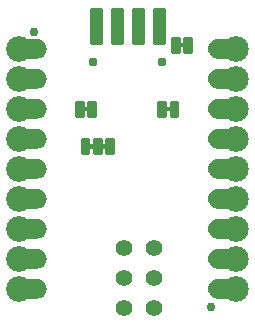
<source format=gbs>
G04 EAGLE Gerber RS-274X export*
G75*
%MOMM*%
%FSLAX34Y34*%
%LPD*%
%INSoldermask Bottom*%
%IPPOS*%
%AMOC8*
5,1,8,0,0,1.08239X$1,22.5*%
G01*
%ADD10C,0.777000*%
%ADD11C,0.228344*%
%ADD12C,0.225938*%
%ADD13C,1.397000*%
%ADD14C,0.762000*%
%ADD15C,1.147000*%
%ADD16C,2.167000*%

G36*
X190502Y283720D02*
X190502Y283720D01*
X190504Y283719D01*
X190547Y283739D01*
X190591Y283757D01*
X190591Y283759D01*
X190593Y283760D01*
X190626Y283845D01*
X190626Y300355D01*
X190625Y300357D01*
X190626Y300359D01*
X190606Y300402D01*
X190588Y300446D01*
X190586Y300446D01*
X190585Y300448D01*
X190500Y300481D01*
X177800Y300481D01*
X177791Y300477D01*
X177780Y300480D01*
X176252Y300234D01*
X176242Y300228D01*
X176229Y300228D01*
X174776Y299698D01*
X174767Y299690D01*
X174754Y299687D01*
X173427Y298892D01*
X173420Y298882D01*
X173408Y298878D01*
X172255Y297846D01*
X172250Y297835D01*
X172239Y297828D01*
X171302Y296596D01*
X171299Y296585D01*
X171289Y296576D01*
X170602Y295190D01*
X170602Y295178D01*
X170594Y295167D01*
X170181Y293676D01*
X170183Y293664D01*
X170177Y293652D01*
X170054Y292110D01*
X170058Y292099D01*
X170054Y292087D01*
X170213Y290559D01*
X170218Y290549D01*
X170217Y290536D01*
X170652Y289062D01*
X170659Y289053D01*
X170660Y289041D01*
X171357Y287671D01*
X171365Y287663D01*
X171369Y287651D01*
X172303Y286431D01*
X172313Y286426D01*
X172319Y286414D01*
X172472Y286277D01*
X172892Y285898D01*
X173460Y285385D01*
X173471Y285382D01*
X173479Y285372D01*
X174789Y284568D01*
X174800Y284567D01*
X174809Y284558D01*
X176244Y284007D01*
X176255Y284007D01*
X176266Y284001D01*
X177777Y283721D01*
X177788Y283723D01*
X177800Y283719D01*
X190500Y283719D01*
X190502Y283720D01*
G37*
G36*
X190502Y258320D02*
X190502Y258320D01*
X190504Y258319D01*
X190547Y258339D01*
X190591Y258357D01*
X190591Y258359D01*
X190593Y258360D01*
X190626Y258445D01*
X190626Y274955D01*
X190625Y274957D01*
X190626Y274959D01*
X190606Y275002D01*
X190588Y275046D01*
X190586Y275046D01*
X190585Y275048D01*
X190500Y275081D01*
X177800Y275081D01*
X177791Y275077D01*
X177780Y275080D01*
X176252Y274834D01*
X176242Y274828D01*
X176229Y274828D01*
X174776Y274298D01*
X174767Y274290D01*
X174754Y274287D01*
X173427Y273492D01*
X173420Y273482D01*
X173408Y273478D01*
X172255Y272446D01*
X172250Y272435D01*
X172239Y272428D01*
X171302Y271196D01*
X171299Y271185D01*
X171289Y271176D01*
X170602Y269790D01*
X170602Y269778D01*
X170594Y269767D01*
X170181Y268276D01*
X170183Y268264D01*
X170177Y268252D01*
X170054Y266710D01*
X170058Y266699D01*
X170054Y266687D01*
X170213Y265159D01*
X170218Y265149D01*
X170217Y265136D01*
X170652Y263662D01*
X170659Y263653D01*
X170660Y263641D01*
X171357Y262271D01*
X171365Y262263D01*
X171369Y262251D01*
X172303Y261031D01*
X172313Y261026D01*
X172319Y261014D01*
X172472Y260877D01*
X172892Y260498D01*
X173460Y259985D01*
X173471Y259982D01*
X173479Y259972D01*
X174789Y259168D01*
X174800Y259167D01*
X174809Y259158D01*
X176244Y258607D01*
X176255Y258607D01*
X176266Y258601D01*
X177777Y258321D01*
X177788Y258323D01*
X177800Y258319D01*
X190500Y258319D01*
X190502Y258320D01*
G37*
G36*
X190502Y232920D02*
X190502Y232920D01*
X190504Y232919D01*
X190547Y232939D01*
X190591Y232957D01*
X190591Y232959D01*
X190593Y232960D01*
X190626Y233045D01*
X190626Y249555D01*
X190625Y249557D01*
X190626Y249559D01*
X190606Y249602D01*
X190588Y249646D01*
X190586Y249646D01*
X190585Y249648D01*
X190500Y249681D01*
X177800Y249681D01*
X177791Y249677D01*
X177780Y249680D01*
X176252Y249434D01*
X176242Y249428D01*
X176229Y249428D01*
X174776Y248898D01*
X174767Y248890D01*
X174754Y248887D01*
X173427Y248092D01*
X173420Y248082D01*
X173408Y248078D01*
X172255Y247046D01*
X172250Y247035D01*
X172239Y247028D01*
X171302Y245796D01*
X171299Y245785D01*
X171289Y245776D01*
X170602Y244390D01*
X170602Y244378D01*
X170594Y244367D01*
X170181Y242876D01*
X170183Y242864D01*
X170177Y242852D01*
X170054Y241310D01*
X170058Y241299D01*
X170054Y241287D01*
X170213Y239759D01*
X170218Y239749D01*
X170217Y239736D01*
X170652Y238262D01*
X170659Y238253D01*
X170660Y238241D01*
X171357Y236871D01*
X171365Y236863D01*
X171369Y236851D01*
X172303Y235631D01*
X172313Y235626D01*
X172319Y235614D01*
X172472Y235477D01*
X172892Y235098D01*
X173460Y234585D01*
X173471Y234582D01*
X173479Y234572D01*
X174789Y233768D01*
X174800Y233767D01*
X174809Y233758D01*
X176244Y233207D01*
X176255Y233207D01*
X176266Y233201D01*
X177777Y232921D01*
X177788Y232923D01*
X177800Y232919D01*
X190500Y232919D01*
X190502Y232920D01*
G37*
G36*
X190502Y207520D02*
X190502Y207520D01*
X190504Y207519D01*
X190547Y207539D01*
X190591Y207557D01*
X190591Y207559D01*
X190593Y207560D01*
X190626Y207645D01*
X190626Y224155D01*
X190625Y224157D01*
X190626Y224159D01*
X190606Y224202D01*
X190588Y224246D01*
X190586Y224246D01*
X190585Y224248D01*
X190500Y224281D01*
X177800Y224281D01*
X177791Y224277D01*
X177780Y224280D01*
X176252Y224034D01*
X176242Y224028D01*
X176229Y224028D01*
X174776Y223498D01*
X174767Y223490D01*
X174754Y223487D01*
X173427Y222692D01*
X173420Y222682D01*
X173408Y222678D01*
X172255Y221646D01*
X172250Y221635D01*
X172239Y221628D01*
X171302Y220396D01*
X171299Y220385D01*
X171289Y220376D01*
X170602Y218990D01*
X170602Y218978D01*
X170594Y218967D01*
X170181Y217476D01*
X170183Y217464D01*
X170177Y217452D01*
X170054Y215910D01*
X170058Y215899D01*
X170054Y215887D01*
X170213Y214359D01*
X170218Y214349D01*
X170217Y214336D01*
X170652Y212862D01*
X170659Y212853D01*
X170660Y212841D01*
X171357Y211471D01*
X171365Y211463D01*
X171369Y211451D01*
X172303Y210231D01*
X172313Y210226D01*
X172319Y210214D01*
X172472Y210077D01*
X172892Y209698D01*
X173460Y209185D01*
X173471Y209182D01*
X173479Y209172D01*
X174789Y208368D01*
X174800Y208367D01*
X174809Y208358D01*
X176244Y207807D01*
X176255Y207807D01*
X176266Y207801D01*
X177777Y207521D01*
X177788Y207523D01*
X177800Y207519D01*
X190500Y207519D01*
X190502Y207520D01*
G37*
G36*
X190502Y182120D02*
X190502Y182120D01*
X190504Y182119D01*
X190547Y182139D01*
X190591Y182157D01*
X190591Y182159D01*
X190593Y182160D01*
X190626Y182245D01*
X190626Y198755D01*
X190625Y198757D01*
X190626Y198759D01*
X190606Y198802D01*
X190588Y198846D01*
X190586Y198846D01*
X190585Y198848D01*
X190500Y198881D01*
X177800Y198881D01*
X177791Y198877D01*
X177780Y198880D01*
X176252Y198634D01*
X176242Y198628D01*
X176229Y198628D01*
X174776Y198098D01*
X174767Y198090D01*
X174754Y198087D01*
X173427Y197292D01*
X173420Y197282D01*
X173408Y197278D01*
X172255Y196246D01*
X172250Y196235D01*
X172239Y196228D01*
X171302Y194996D01*
X171299Y194985D01*
X171289Y194976D01*
X170602Y193590D01*
X170602Y193578D01*
X170594Y193567D01*
X170181Y192076D01*
X170183Y192064D01*
X170177Y192052D01*
X170054Y190510D01*
X170058Y190499D01*
X170054Y190487D01*
X170213Y188959D01*
X170218Y188949D01*
X170217Y188936D01*
X170652Y187462D01*
X170659Y187453D01*
X170660Y187441D01*
X171357Y186071D01*
X171365Y186063D01*
X171369Y186051D01*
X172303Y184831D01*
X172313Y184826D01*
X172319Y184814D01*
X172472Y184677D01*
X172892Y184298D01*
X173460Y183785D01*
X173471Y183782D01*
X173479Y183772D01*
X174789Y182968D01*
X174800Y182967D01*
X174809Y182958D01*
X176244Y182407D01*
X176255Y182407D01*
X176266Y182401D01*
X177777Y182121D01*
X177788Y182123D01*
X177800Y182119D01*
X190500Y182119D01*
X190502Y182120D01*
G37*
G36*
X190502Y156720D02*
X190502Y156720D01*
X190504Y156719D01*
X190547Y156739D01*
X190591Y156757D01*
X190591Y156759D01*
X190593Y156760D01*
X190626Y156845D01*
X190626Y173355D01*
X190625Y173357D01*
X190626Y173359D01*
X190606Y173402D01*
X190588Y173446D01*
X190586Y173446D01*
X190585Y173448D01*
X190500Y173481D01*
X177800Y173481D01*
X177791Y173477D01*
X177780Y173480D01*
X176252Y173234D01*
X176242Y173228D01*
X176229Y173228D01*
X174776Y172698D01*
X174767Y172690D01*
X174754Y172687D01*
X173427Y171892D01*
X173420Y171882D01*
X173408Y171878D01*
X172255Y170846D01*
X172250Y170835D01*
X172239Y170828D01*
X171302Y169596D01*
X171299Y169585D01*
X171289Y169576D01*
X170602Y168190D01*
X170602Y168178D01*
X170594Y168167D01*
X170181Y166676D01*
X170183Y166664D01*
X170177Y166652D01*
X170054Y165110D01*
X170058Y165099D01*
X170054Y165087D01*
X170213Y163559D01*
X170218Y163549D01*
X170217Y163536D01*
X170652Y162062D01*
X170659Y162053D01*
X170660Y162041D01*
X171357Y160671D01*
X171365Y160663D01*
X171369Y160651D01*
X172303Y159431D01*
X172313Y159426D01*
X172319Y159414D01*
X172472Y159277D01*
X172892Y158898D01*
X173460Y158385D01*
X173471Y158382D01*
X173479Y158372D01*
X174789Y157568D01*
X174800Y157567D01*
X174809Y157558D01*
X176244Y157007D01*
X176255Y157007D01*
X176266Y157001D01*
X177777Y156721D01*
X177788Y156723D01*
X177800Y156719D01*
X190500Y156719D01*
X190502Y156720D01*
G37*
G36*
X190502Y131320D02*
X190502Y131320D01*
X190504Y131319D01*
X190547Y131339D01*
X190591Y131357D01*
X190591Y131359D01*
X190593Y131360D01*
X190626Y131445D01*
X190626Y147955D01*
X190625Y147957D01*
X190626Y147959D01*
X190606Y148002D01*
X190588Y148046D01*
X190586Y148046D01*
X190585Y148048D01*
X190500Y148081D01*
X177800Y148081D01*
X177791Y148077D01*
X177780Y148080D01*
X176252Y147834D01*
X176242Y147828D01*
X176229Y147828D01*
X174776Y147298D01*
X174767Y147290D01*
X174754Y147287D01*
X173427Y146492D01*
X173420Y146482D01*
X173408Y146478D01*
X172255Y145446D01*
X172250Y145435D01*
X172239Y145428D01*
X171302Y144196D01*
X171299Y144185D01*
X171289Y144176D01*
X170602Y142790D01*
X170602Y142778D01*
X170594Y142767D01*
X170181Y141276D01*
X170183Y141264D01*
X170177Y141252D01*
X170054Y139710D01*
X170058Y139699D01*
X170054Y139687D01*
X170213Y138159D01*
X170218Y138149D01*
X170217Y138136D01*
X170652Y136662D01*
X170659Y136653D01*
X170660Y136641D01*
X171357Y135271D01*
X171365Y135263D01*
X171369Y135251D01*
X172303Y134031D01*
X172313Y134026D01*
X172319Y134014D01*
X172472Y133877D01*
X172892Y133498D01*
X173460Y132985D01*
X173471Y132982D01*
X173479Y132972D01*
X174789Y132168D01*
X174800Y132167D01*
X174809Y132158D01*
X176244Y131607D01*
X176255Y131607D01*
X176266Y131601D01*
X177777Y131321D01*
X177788Y131323D01*
X177800Y131319D01*
X190500Y131319D01*
X190502Y131320D01*
G37*
G36*
X190502Y105920D02*
X190502Y105920D01*
X190504Y105919D01*
X190547Y105939D01*
X190591Y105957D01*
X190591Y105959D01*
X190593Y105960D01*
X190626Y106045D01*
X190626Y122555D01*
X190625Y122557D01*
X190626Y122559D01*
X190606Y122602D01*
X190588Y122646D01*
X190586Y122646D01*
X190585Y122648D01*
X190500Y122681D01*
X177800Y122681D01*
X177791Y122677D01*
X177780Y122680D01*
X176252Y122434D01*
X176242Y122428D01*
X176229Y122428D01*
X174776Y121898D01*
X174767Y121890D01*
X174754Y121887D01*
X173427Y121092D01*
X173420Y121082D01*
X173408Y121078D01*
X172255Y120046D01*
X172250Y120035D01*
X172239Y120028D01*
X171302Y118796D01*
X171299Y118785D01*
X171289Y118776D01*
X170602Y117390D01*
X170602Y117378D01*
X170594Y117367D01*
X170181Y115876D01*
X170183Y115864D01*
X170177Y115852D01*
X170054Y114310D01*
X170058Y114299D01*
X170054Y114287D01*
X170213Y112759D01*
X170218Y112749D01*
X170217Y112736D01*
X170652Y111262D01*
X170659Y111253D01*
X170660Y111241D01*
X171357Y109871D01*
X171365Y109863D01*
X171369Y109851D01*
X172303Y108631D01*
X172313Y108626D01*
X172319Y108614D01*
X172472Y108477D01*
X172892Y108098D01*
X173460Y107585D01*
X173471Y107582D01*
X173479Y107572D01*
X174789Y106768D01*
X174800Y106767D01*
X174809Y106758D01*
X176244Y106207D01*
X176255Y106207D01*
X176266Y106201D01*
X177777Y105921D01*
X177788Y105923D01*
X177800Y105919D01*
X190500Y105919D01*
X190502Y105920D01*
G37*
G36*
X190502Y80520D02*
X190502Y80520D01*
X190504Y80519D01*
X190547Y80539D01*
X190591Y80557D01*
X190591Y80559D01*
X190593Y80560D01*
X190626Y80645D01*
X190626Y97155D01*
X190625Y97157D01*
X190626Y97159D01*
X190606Y97202D01*
X190588Y97246D01*
X190586Y97246D01*
X190585Y97248D01*
X190500Y97281D01*
X177800Y97281D01*
X177791Y97277D01*
X177780Y97280D01*
X176252Y97034D01*
X176242Y97028D01*
X176229Y97028D01*
X174776Y96498D01*
X174767Y96490D01*
X174754Y96487D01*
X173427Y95692D01*
X173420Y95682D01*
X173408Y95678D01*
X172255Y94646D01*
X172250Y94635D01*
X172239Y94628D01*
X171302Y93396D01*
X171299Y93385D01*
X171289Y93376D01*
X170602Y91990D01*
X170602Y91978D01*
X170594Y91967D01*
X170181Y90476D01*
X170183Y90464D01*
X170177Y90452D01*
X170054Y88910D01*
X170058Y88899D01*
X170054Y88887D01*
X170213Y87359D01*
X170218Y87349D01*
X170217Y87336D01*
X170652Y85862D01*
X170659Y85853D01*
X170660Y85841D01*
X171357Y84471D01*
X171365Y84463D01*
X171369Y84451D01*
X172303Y83231D01*
X172313Y83226D01*
X172319Y83214D01*
X172472Y83077D01*
X172892Y82698D01*
X173460Y82185D01*
X173471Y82182D01*
X173479Y82172D01*
X174789Y81368D01*
X174800Y81367D01*
X174809Y81358D01*
X176244Y80807D01*
X176255Y80807D01*
X176266Y80801D01*
X177777Y80521D01*
X177788Y80523D01*
X177800Y80519D01*
X190500Y80519D01*
X190502Y80520D01*
G37*
G36*
X25409Y283723D02*
X25409Y283723D01*
X25420Y283720D01*
X26948Y283966D01*
X26958Y283972D01*
X26971Y283972D01*
X28424Y284502D01*
X28433Y284510D01*
X28446Y284513D01*
X29773Y285308D01*
X29780Y285318D01*
X29793Y285322D01*
X30945Y286354D01*
X30950Y286365D01*
X30961Y286372D01*
X31898Y287604D01*
X31901Y287615D01*
X31911Y287624D01*
X32598Y289010D01*
X32599Y289022D01*
X32606Y289033D01*
X33019Y290524D01*
X33017Y290536D01*
X33023Y290548D01*
X33146Y292090D01*
X33142Y292101D01*
X33146Y292113D01*
X32987Y293641D01*
X32982Y293651D01*
X32983Y293664D01*
X32548Y295138D01*
X32541Y295147D01*
X32540Y295159D01*
X31843Y296529D01*
X31835Y296537D01*
X31831Y296549D01*
X30897Y297769D01*
X30887Y297774D01*
X30881Y297786D01*
X30836Y297826D01*
X30136Y298457D01*
X29740Y298815D01*
X29729Y298818D01*
X29721Y298828D01*
X28411Y299632D01*
X28400Y299634D01*
X28391Y299642D01*
X26956Y300193D01*
X26945Y300193D01*
X26934Y300199D01*
X25423Y300479D01*
X25412Y300477D01*
X25400Y300481D01*
X12700Y300481D01*
X12698Y300480D01*
X12696Y300481D01*
X12653Y300461D01*
X12609Y300443D01*
X12609Y300441D01*
X12607Y300440D01*
X12574Y300355D01*
X12574Y283845D01*
X12575Y283843D01*
X12574Y283841D01*
X12594Y283798D01*
X12612Y283754D01*
X12614Y283754D01*
X12615Y283752D01*
X12700Y283719D01*
X25400Y283719D01*
X25409Y283723D01*
G37*
G36*
X25409Y258323D02*
X25409Y258323D01*
X25420Y258320D01*
X26948Y258566D01*
X26958Y258572D01*
X26971Y258572D01*
X28424Y259102D01*
X28433Y259110D01*
X28446Y259113D01*
X29773Y259908D01*
X29780Y259918D01*
X29793Y259922D01*
X30945Y260954D01*
X30950Y260965D01*
X30961Y260972D01*
X31898Y262204D01*
X31901Y262215D01*
X31911Y262224D01*
X32598Y263610D01*
X32599Y263622D01*
X32606Y263633D01*
X33019Y265124D01*
X33017Y265136D01*
X33023Y265148D01*
X33146Y266690D01*
X33142Y266701D01*
X33146Y266713D01*
X32987Y268241D01*
X32982Y268251D01*
X32983Y268264D01*
X32548Y269738D01*
X32541Y269747D01*
X32540Y269759D01*
X31843Y271129D01*
X31835Y271137D01*
X31831Y271149D01*
X30897Y272369D01*
X30887Y272374D01*
X30881Y272386D01*
X30836Y272426D01*
X30136Y273057D01*
X29740Y273415D01*
X29729Y273418D01*
X29721Y273428D01*
X28411Y274232D01*
X28400Y274234D01*
X28391Y274242D01*
X26956Y274793D01*
X26945Y274793D01*
X26934Y274799D01*
X25423Y275079D01*
X25412Y275077D01*
X25400Y275081D01*
X12700Y275081D01*
X12698Y275080D01*
X12696Y275081D01*
X12653Y275061D01*
X12609Y275043D01*
X12609Y275041D01*
X12607Y275040D01*
X12574Y274955D01*
X12574Y258445D01*
X12575Y258443D01*
X12574Y258441D01*
X12594Y258398D01*
X12612Y258354D01*
X12614Y258354D01*
X12615Y258352D01*
X12700Y258319D01*
X25400Y258319D01*
X25409Y258323D01*
G37*
G36*
X25409Y232923D02*
X25409Y232923D01*
X25420Y232920D01*
X26948Y233166D01*
X26958Y233172D01*
X26971Y233172D01*
X28424Y233702D01*
X28433Y233710D01*
X28446Y233713D01*
X29773Y234508D01*
X29780Y234518D01*
X29793Y234522D01*
X30945Y235554D01*
X30950Y235565D01*
X30961Y235572D01*
X31898Y236804D01*
X31901Y236815D01*
X31911Y236824D01*
X32598Y238210D01*
X32599Y238222D01*
X32606Y238233D01*
X33019Y239724D01*
X33017Y239736D01*
X33023Y239748D01*
X33146Y241290D01*
X33142Y241301D01*
X33146Y241313D01*
X32987Y242841D01*
X32982Y242851D01*
X32983Y242864D01*
X32548Y244338D01*
X32541Y244347D01*
X32540Y244359D01*
X31843Y245729D01*
X31835Y245737D01*
X31831Y245749D01*
X30897Y246969D01*
X30887Y246974D01*
X30881Y246986D01*
X30836Y247026D01*
X30136Y247657D01*
X29740Y248015D01*
X29729Y248018D01*
X29721Y248028D01*
X28411Y248832D01*
X28400Y248834D01*
X28391Y248842D01*
X26956Y249393D01*
X26945Y249393D01*
X26934Y249399D01*
X25423Y249679D01*
X25412Y249677D01*
X25400Y249681D01*
X12700Y249681D01*
X12698Y249680D01*
X12696Y249681D01*
X12653Y249661D01*
X12609Y249643D01*
X12609Y249641D01*
X12607Y249640D01*
X12574Y249555D01*
X12574Y233045D01*
X12575Y233043D01*
X12574Y233041D01*
X12594Y232998D01*
X12612Y232954D01*
X12614Y232954D01*
X12615Y232952D01*
X12700Y232919D01*
X25400Y232919D01*
X25409Y232923D01*
G37*
G36*
X25409Y207523D02*
X25409Y207523D01*
X25420Y207520D01*
X26948Y207766D01*
X26958Y207772D01*
X26971Y207772D01*
X28424Y208302D01*
X28433Y208310D01*
X28446Y208313D01*
X29773Y209108D01*
X29780Y209118D01*
X29793Y209122D01*
X30945Y210154D01*
X30950Y210165D01*
X30961Y210172D01*
X31898Y211404D01*
X31901Y211415D01*
X31911Y211424D01*
X32598Y212810D01*
X32599Y212822D01*
X32606Y212833D01*
X33019Y214324D01*
X33017Y214336D01*
X33023Y214348D01*
X33146Y215890D01*
X33142Y215901D01*
X33146Y215913D01*
X32987Y217441D01*
X32982Y217451D01*
X32983Y217464D01*
X32548Y218938D01*
X32541Y218947D01*
X32540Y218959D01*
X31843Y220329D01*
X31835Y220337D01*
X31831Y220349D01*
X30897Y221569D01*
X30887Y221574D01*
X30881Y221586D01*
X30836Y221626D01*
X30136Y222257D01*
X29740Y222615D01*
X29729Y222618D01*
X29721Y222628D01*
X28411Y223432D01*
X28400Y223434D01*
X28391Y223442D01*
X26956Y223993D01*
X26945Y223993D01*
X26934Y223999D01*
X25423Y224279D01*
X25412Y224277D01*
X25400Y224281D01*
X12700Y224281D01*
X12698Y224280D01*
X12696Y224281D01*
X12653Y224261D01*
X12609Y224243D01*
X12609Y224241D01*
X12607Y224240D01*
X12574Y224155D01*
X12574Y207645D01*
X12575Y207643D01*
X12574Y207641D01*
X12594Y207598D01*
X12612Y207554D01*
X12614Y207554D01*
X12615Y207552D01*
X12700Y207519D01*
X25400Y207519D01*
X25409Y207523D01*
G37*
G36*
X25409Y182123D02*
X25409Y182123D01*
X25420Y182120D01*
X26948Y182366D01*
X26958Y182372D01*
X26971Y182372D01*
X28424Y182902D01*
X28433Y182910D01*
X28446Y182913D01*
X29773Y183708D01*
X29780Y183718D01*
X29793Y183722D01*
X30945Y184754D01*
X30950Y184765D01*
X30961Y184772D01*
X31898Y186004D01*
X31901Y186015D01*
X31911Y186024D01*
X32598Y187410D01*
X32599Y187422D01*
X32606Y187433D01*
X33019Y188924D01*
X33017Y188936D01*
X33023Y188948D01*
X33146Y190490D01*
X33142Y190501D01*
X33146Y190513D01*
X32987Y192041D01*
X32982Y192051D01*
X32983Y192064D01*
X32548Y193538D01*
X32541Y193547D01*
X32540Y193559D01*
X31843Y194929D01*
X31835Y194937D01*
X31831Y194949D01*
X30897Y196169D01*
X30887Y196174D01*
X30881Y196186D01*
X30836Y196226D01*
X30136Y196857D01*
X29740Y197215D01*
X29729Y197218D01*
X29721Y197228D01*
X28411Y198032D01*
X28400Y198034D01*
X28391Y198042D01*
X26956Y198593D01*
X26945Y198593D01*
X26934Y198599D01*
X25423Y198879D01*
X25412Y198877D01*
X25400Y198881D01*
X12700Y198881D01*
X12698Y198880D01*
X12696Y198881D01*
X12653Y198861D01*
X12609Y198843D01*
X12609Y198841D01*
X12607Y198840D01*
X12574Y198755D01*
X12574Y182245D01*
X12575Y182243D01*
X12574Y182241D01*
X12594Y182198D01*
X12612Y182154D01*
X12614Y182154D01*
X12615Y182152D01*
X12700Y182119D01*
X25400Y182119D01*
X25409Y182123D01*
G37*
G36*
X25409Y156723D02*
X25409Y156723D01*
X25420Y156720D01*
X26948Y156966D01*
X26958Y156972D01*
X26971Y156972D01*
X28424Y157502D01*
X28433Y157510D01*
X28446Y157513D01*
X29773Y158308D01*
X29780Y158318D01*
X29793Y158322D01*
X30945Y159354D01*
X30950Y159365D01*
X30961Y159372D01*
X31898Y160604D01*
X31901Y160615D01*
X31911Y160624D01*
X32598Y162010D01*
X32599Y162022D01*
X32606Y162033D01*
X33019Y163524D01*
X33017Y163536D01*
X33023Y163548D01*
X33146Y165090D01*
X33142Y165101D01*
X33146Y165113D01*
X32987Y166641D01*
X32982Y166651D01*
X32983Y166664D01*
X32548Y168138D01*
X32541Y168147D01*
X32540Y168159D01*
X31843Y169529D01*
X31835Y169537D01*
X31831Y169549D01*
X30897Y170769D01*
X30887Y170774D01*
X30881Y170786D01*
X30836Y170826D01*
X30136Y171457D01*
X29740Y171815D01*
X29729Y171818D01*
X29721Y171828D01*
X28411Y172632D01*
X28400Y172634D01*
X28391Y172642D01*
X26956Y173193D01*
X26945Y173193D01*
X26934Y173199D01*
X25423Y173479D01*
X25412Y173477D01*
X25400Y173481D01*
X12700Y173481D01*
X12698Y173480D01*
X12696Y173481D01*
X12653Y173461D01*
X12609Y173443D01*
X12609Y173441D01*
X12607Y173440D01*
X12574Y173355D01*
X12574Y156845D01*
X12575Y156843D01*
X12574Y156841D01*
X12594Y156798D01*
X12612Y156754D01*
X12614Y156754D01*
X12615Y156752D01*
X12700Y156719D01*
X25400Y156719D01*
X25409Y156723D01*
G37*
G36*
X25409Y131323D02*
X25409Y131323D01*
X25420Y131320D01*
X26948Y131566D01*
X26958Y131572D01*
X26971Y131572D01*
X28424Y132102D01*
X28433Y132110D01*
X28446Y132113D01*
X29773Y132908D01*
X29780Y132918D01*
X29793Y132922D01*
X30945Y133954D01*
X30950Y133965D01*
X30961Y133972D01*
X31898Y135204D01*
X31901Y135215D01*
X31911Y135224D01*
X32598Y136610D01*
X32599Y136622D01*
X32606Y136633D01*
X33019Y138124D01*
X33017Y138136D01*
X33023Y138148D01*
X33146Y139690D01*
X33142Y139701D01*
X33146Y139713D01*
X32987Y141241D01*
X32982Y141251D01*
X32983Y141264D01*
X32548Y142738D01*
X32541Y142747D01*
X32540Y142759D01*
X31843Y144129D01*
X31835Y144137D01*
X31831Y144149D01*
X30897Y145369D01*
X30887Y145374D01*
X30881Y145386D01*
X30836Y145426D01*
X30136Y146057D01*
X29740Y146415D01*
X29729Y146418D01*
X29721Y146428D01*
X28411Y147232D01*
X28400Y147234D01*
X28391Y147242D01*
X26956Y147793D01*
X26945Y147793D01*
X26934Y147799D01*
X25423Y148079D01*
X25412Y148077D01*
X25400Y148081D01*
X12700Y148081D01*
X12698Y148080D01*
X12696Y148081D01*
X12653Y148061D01*
X12609Y148043D01*
X12609Y148041D01*
X12607Y148040D01*
X12574Y147955D01*
X12574Y131445D01*
X12575Y131443D01*
X12574Y131441D01*
X12594Y131398D01*
X12612Y131354D01*
X12614Y131354D01*
X12615Y131352D01*
X12700Y131319D01*
X25400Y131319D01*
X25409Y131323D01*
G37*
G36*
X25409Y105923D02*
X25409Y105923D01*
X25420Y105920D01*
X26948Y106166D01*
X26958Y106172D01*
X26971Y106172D01*
X28424Y106702D01*
X28433Y106710D01*
X28446Y106713D01*
X29773Y107508D01*
X29780Y107518D01*
X29793Y107522D01*
X30945Y108554D01*
X30950Y108565D01*
X30961Y108572D01*
X31898Y109804D01*
X31901Y109815D01*
X31911Y109824D01*
X32598Y111210D01*
X32599Y111222D01*
X32606Y111233D01*
X33019Y112724D01*
X33017Y112736D01*
X33023Y112748D01*
X33146Y114290D01*
X33142Y114301D01*
X33146Y114313D01*
X32987Y115841D01*
X32982Y115851D01*
X32983Y115864D01*
X32548Y117338D01*
X32541Y117347D01*
X32540Y117359D01*
X31843Y118729D01*
X31835Y118737D01*
X31831Y118749D01*
X30897Y119969D01*
X30887Y119974D01*
X30881Y119986D01*
X30836Y120026D01*
X30136Y120657D01*
X29740Y121015D01*
X29729Y121018D01*
X29721Y121028D01*
X28411Y121832D01*
X28400Y121834D01*
X28391Y121842D01*
X26956Y122393D01*
X26945Y122393D01*
X26934Y122399D01*
X25423Y122679D01*
X25412Y122677D01*
X25400Y122681D01*
X12700Y122681D01*
X12698Y122680D01*
X12696Y122681D01*
X12653Y122661D01*
X12609Y122643D01*
X12609Y122641D01*
X12607Y122640D01*
X12574Y122555D01*
X12574Y106045D01*
X12575Y106043D01*
X12574Y106041D01*
X12594Y105998D01*
X12612Y105954D01*
X12614Y105954D01*
X12615Y105952D01*
X12700Y105919D01*
X25400Y105919D01*
X25409Y105923D01*
G37*
G36*
X25409Y80523D02*
X25409Y80523D01*
X25420Y80520D01*
X26948Y80766D01*
X26958Y80772D01*
X26971Y80772D01*
X28424Y81302D01*
X28433Y81310D01*
X28446Y81313D01*
X29773Y82108D01*
X29780Y82118D01*
X29793Y82122D01*
X30945Y83154D01*
X30950Y83165D01*
X30961Y83172D01*
X31898Y84404D01*
X31901Y84415D01*
X31911Y84424D01*
X32598Y85810D01*
X32599Y85822D01*
X32606Y85833D01*
X33019Y87324D01*
X33017Y87336D01*
X33023Y87348D01*
X33146Y88890D01*
X33142Y88901D01*
X33146Y88913D01*
X32987Y90441D01*
X32982Y90451D01*
X32983Y90464D01*
X32548Y91938D01*
X32541Y91947D01*
X32540Y91959D01*
X31843Y93329D01*
X31835Y93337D01*
X31831Y93349D01*
X30897Y94569D01*
X30887Y94574D01*
X30881Y94586D01*
X30836Y94626D01*
X30136Y95257D01*
X29740Y95615D01*
X29729Y95618D01*
X29721Y95628D01*
X28411Y96432D01*
X28400Y96434D01*
X28391Y96442D01*
X26956Y96993D01*
X26945Y96993D01*
X26934Y96999D01*
X25423Y97279D01*
X25412Y97277D01*
X25400Y97281D01*
X12700Y97281D01*
X12698Y97280D01*
X12696Y97281D01*
X12653Y97261D01*
X12609Y97243D01*
X12609Y97241D01*
X12607Y97240D01*
X12574Y97155D01*
X12574Y80645D01*
X12575Y80643D01*
X12574Y80641D01*
X12594Y80598D01*
X12612Y80554D01*
X12614Y80554D01*
X12615Y80552D01*
X12700Y80519D01*
X25400Y80519D01*
X25409Y80523D01*
G37*
G36*
X149290Y293255D02*
X149290Y293255D01*
X149356Y293257D01*
X149399Y293275D01*
X149446Y293283D01*
X149503Y293317D01*
X149563Y293342D01*
X149598Y293373D01*
X149639Y293398D01*
X149681Y293449D01*
X149729Y293493D01*
X149751Y293535D01*
X149780Y293572D01*
X149801Y293634D01*
X149832Y293693D01*
X149840Y293747D01*
X149852Y293784D01*
X149851Y293824D01*
X149859Y293878D01*
X149859Y296418D01*
X149848Y296483D01*
X149846Y296549D01*
X149828Y296592D01*
X149820Y296639D01*
X149786Y296696D01*
X149761Y296756D01*
X149730Y296791D01*
X149705Y296832D01*
X149654Y296874D01*
X149610Y296922D01*
X149568Y296944D01*
X149531Y296973D01*
X149469Y296994D01*
X149410Y297025D01*
X149356Y297033D01*
X149319Y297045D01*
X149279Y297044D01*
X149225Y297052D01*
X145415Y297052D01*
X145350Y297041D01*
X145284Y297039D01*
X145241Y297021D01*
X145194Y297013D01*
X145137Y296979D01*
X145077Y296954D01*
X145042Y296923D01*
X145001Y296898D01*
X144960Y296847D01*
X144911Y296803D01*
X144889Y296761D01*
X144860Y296724D01*
X144839Y296662D01*
X144808Y296603D01*
X144800Y296549D01*
X144788Y296512D01*
X144788Y296509D01*
X144789Y296472D01*
X144781Y296418D01*
X144781Y293878D01*
X144792Y293813D01*
X144794Y293747D01*
X144812Y293704D01*
X144820Y293657D01*
X144854Y293600D01*
X144879Y293540D01*
X144910Y293505D01*
X144935Y293464D01*
X144986Y293423D01*
X145030Y293374D01*
X145072Y293352D01*
X145109Y293323D01*
X145171Y293302D01*
X145230Y293271D01*
X145284Y293263D01*
X145321Y293251D01*
X145361Y293252D01*
X145415Y293244D01*
X149225Y293244D01*
X149290Y293255D01*
G37*
G36*
X68010Y239407D02*
X68010Y239407D01*
X68076Y239409D01*
X68119Y239427D01*
X68166Y239435D01*
X68223Y239469D01*
X68283Y239494D01*
X68318Y239525D01*
X68359Y239550D01*
X68401Y239601D01*
X68449Y239645D01*
X68471Y239687D01*
X68500Y239724D01*
X68521Y239786D01*
X68552Y239845D01*
X68560Y239899D01*
X68572Y239936D01*
X68571Y239976D01*
X68579Y240030D01*
X68579Y242570D01*
X68568Y242635D01*
X68566Y242701D01*
X68548Y242744D01*
X68540Y242791D01*
X68506Y242848D01*
X68481Y242908D01*
X68450Y242943D01*
X68425Y242984D01*
X68374Y243026D01*
X68330Y243074D01*
X68288Y243096D01*
X68251Y243125D01*
X68189Y243146D01*
X68130Y243177D01*
X68076Y243185D01*
X68039Y243197D01*
X67999Y243196D01*
X67945Y243204D01*
X64135Y243204D01*
X64070Y243193D01*
X64004Y243191D01*
X63961Y243173D01*
X63914Y243165D01*
X63857Y243131D01*
X63797Y243106D01*
X63762Y243075D01*
X63721Y243050D01*
X63680Y242999D01*
X63631Y242955D01*
X63609Y242913D01*
X63580Y242876D01*
X63559Y242814D01*
X63528Y242755D01*
X63520Y242701D01*
X63508Y242664D01*
X63508Y242661D01*
X63509Y242624D01*
X63501Y242570D01*
X63501Y240030D01*
X63512Y239965D01*
X63514Y239899D01*
X63532Y239856D01*
X63540Y239809D01*
X63574Y239752D01*
X63599Y239692D01*
X63630Y239657D01*
X63655Y239616D01*
X63706Y239575D01*
X63750Y239526D01*
X63792Y239504D01*
X63829Y239475D01*
X63891Y239454D01*
X63950Y239423D01*
X64004Y239415D01*
X64041Y239403D01*
X64081Y239404D01*
X64135Y239396D01*
X67945Y239396D01*
X68010Y239407D01*
G37*
G36*
X137860Y239407D02*
X137860Y239407D01*
X137926Y239409D01*
X137969Y239427D01*
X138016Y239435D01*
X138073Y239469D01*
X138133Y239494D01*
X138168Y239525D01*
X138209Y239550D01*
X138251Y239601D01*
X138299Y239645D01*
X138321Y239687D01*
X138350Y239724D01*
X138371Y239786D01*
X138402Y239845D01*
X138410Y239899D01*
X138422Y239936D01*
X138421Y239976D01*
X138429Y240030D01*
X138429Y242570D01*
X138418Y242635D01*
X138416Y242701D01*
X138398Y242744D01*
X138390Y242791D01*
X138356Y242848D01*
X138331Y242908D01*
X138300Y242943D01*
X138275Y242984D01*
X138224Y243026D01*
X138180Y243074D01*
X138138Y243096D01*
X138101Y243125D01*
X138039Y243146D01*
X137980Y243177D01*
X137926Y243185D01*
X137889Y243197D01*
X137849Y243196D01*
X137795Y243204D01*
X133985Y243204D01*
X133920Y243193D01*
X133854Y243191D01*
X133811Y243173D01*
X133764Y243165D01*
X133707Y243131D01*
X133647Y243106D01*
X133612Y243075D01*
X133571Y243050D01*
X133530Y242999D01*
X133481Y242955D01*
X133459Y242913D01*
X133430Y242876D01*
X133409Y242814D01*
X133378Y242755D01*
X133370Y242701D01*
X133358Y242664D01*
X133358Y242661D01*
X133359Y242624D01*
X133351Y242570D01*
X133351Y240030D01*
X133362Y239965D01*
X133364Y239899D01*
X133382Y239856D01*
X133390Y239809D01*
X133424Y239752D01*
X133449Y239692D01*
X133480Y239657D01*
X133505Y239616D01*
X133556Y239575D01*
X133600Y239526D01*
X133642Y239504D01*
X133679Y239475D01*
X133741Y239454D01*
X133800Y239423D01*
X133854Y239415D01*
X133891Y239403D01*
X133931Y239404D01*
X133985Y239396D01*
X137795Y239396D01*
X137860Y239407D01*
G37*
G36*
X83250Y207657D02*
X83250Y207657D01*
X83316Y207659D01*
X83359Y207677D01*
X83406Y207685D01*
X83463Y207719D01*
X83523Y207744D01*
X83558Y207775D01*
X83599Y207800D01*
X83641Y207851D01*
X83689Y207895D01*
X83711Y207937D01*
X83740Y207974D01*
X83761Y208036D01*
X83792Y208095D01*
X83800Y208149D01*
X83812Y208186D01*
X83811Y208226D01*
X83819Y208280D01*
X83819Y210820D01*
X83808Y210885D01*
X83806Y210951D01*
X83788Y210994D01*
X83780Y211041D01*
X83746Y211098D01*
X83721Y211158D01*
X83690Y211193D01*
X83665Y211234D01*
X83614Y211276D01*
X83570Y211324D01*
X83528Y211346D01*
X83491Y211375D01*
X83429Y211396D01*
X83370Y211427D01*
X83316Y211435D01*
X83279Y211447D01*
X83239Y211446D01*
X83185Y211454D01*
X79375Y211454D01*
X79310Y211443D01*
X79244Y211441D01*
X79201Y211423D01*
X79154Y211415D01*
X79097Y211381D01*
X79037Y211356D01*
X79002Y211325D01*
X78961Y211300D01*
X78920Y211249D01*
X78871Y211205D01*
X78849Y211163D01*
X78820Y211126D01*
X78799Y211064D01*
X78768Y211005D01*
X78760Y210951D01*
X78748Y210914D01*
X78748Y210911D01*
X78749Y210874D01*
X78741Y210820D01*
X78741Y208280D01*
X78752Y208215D01*
X78754Y208149D01*
X78772Y208106D01*
X78780Y208059D01*
X78814Y208002D01*
X78839Y207942D01*
X78870Y207907D01*
X78895Y207866D01*
X78946Y207825D01*
X78990Y207776D01*
X79032Y207754D01*
X79069Y207725D01*
X79131Y207704D01*
X79190Y207673D01*
X79244Y207665D01*
X79281Y207653D01*
X79321Y207654D01*
X79375Y207646D01*
X83185Y207646D01*
X83250Y207657D01*
G37*
G36*
X73090Y207657D02*
X73090Y207657D01*
X73156Y207659D01*
X73199Y207677D01*
X73246Y207685D01*
X73303Y207719D01*
X73363Y207744D01*
X73398Y207775D01*
X73439Y207800D01*
X73481Y207851D01*
X73529Y207895D01*
X73551Y207937D01*
X73580Y207974D01*
X73601Y208036D01*
X73632Y208095D01*
X73640Y208149D01*
X73652Y208186D01*
X73651Y208226D01*
X73659Y208280D01*
X73659Y210820D01*
X73648Y210885D01*
X73646Y210951D01*
X73628Y210994D01*
X73620Y211041D01*
X73586Y211098D01*
X73561Y211158D01*
X73530Y211193D01*
X73505Y211234D01*
X73454Y211276D01*
X73410Y211324D01*
X73368Y211346D01*
X73331Y211375D01*
X73269Y211396D01*
X73210Y211427D01*
X73156Y211435D01*
X73119Y211447D01*
X73079Y211446D01*
X73025Y211454D01*
X69215Y211454D01*
X69150Y211443D01*
X69084Y211441D01*
X69041Y211423D01*
X68994Y211415D01*
X68937Y211381D01*
X68877Y211356D01*
X68842Y211325D01*
X68801Y211300D01*
X68760Y211249D01*
X68711Y211205D01*
X68689Y211163D01*
X68660Y211126D01*
X68639Y211064D01*
X68608Y211005D01*
X68600Y210951D01*
X68588Y210914D01*
X68588Y210911D01*
X68589Y210874D01*
X68581Y210820D01*
X68581Y208280D01*
X68592Y208215D01*
X68594Y208149D01*
X68612Y208106D01*
X68620Y208059D01*
X68654Y208002D01*
X68679Y207942D01*
X68710Y207907D01*
X68735Y207866D01*
X68786Y207825D01*
X68830Y207776D01*
X68872Y207754D01*
X68909Y207725D01*
X68971Y207704D01*
X69030Y207673D01*
X69084Y207665D01*
X69121Y207653D01*
X69161Y207654D01*
X69215Y207646D01*
X73025Y207646D01*
X73090Y207657D01*
G37*
D10*
X130500Y281150D03*
X72700Y281150D03*
D11*
X63629Y235456D02*
X58037Y235456D01*
X58037Y247144D01*
X63629Y247144D01*
X63629Y235456D01*
X63629Y237625D02*
X58037Y237625D01*
X58037Y239794D02*
X63629Y239794D01*
X63629Y241963D02*
X58037Y241963D01*
X58037Y244132D02*
X63629Y244132D01*
X63629Y246301D02*
X58037Y246301D01*
X68451Y235456D02*
X74043Y235456D01*
X68451Y235456D02*
X68451Y247144D01*
X74043Y247144D01*
X74043Y235456D01*
X74043Y237625D02*
X68451Y237625D01*
X68451Y239794D02*
X74043Y239794D01*
X74043Y241963D02*
X68451Y241963D01*
X68451Y244132D02*
X74043Y244132D01*
X74043Y246301D02*
X68451Y246301D01*
X83818Y215394D02*
X89410Y215394D01*
X89410Y203706D01*
X83818Y203706D01*
X83818Y215394D01*
X83818Y205875D02*
X89410Y205875D01*
X89410Y208044D02*
X83818Y208044D01*
X83818Y210213D02*
X89410Y210213D01*
X89410Y212382D02*
X83818Y212382D01*
X83818Y214551D02*
X89410Y214551D01*
X78996Y215394D02*
X73404Y215394D01*
X78996Y215394D02*
X78996Y203706D01*
X73404Y203706D01*
X73404Y215394D01*
X73404Y205875D02*
X78996Y205875D01*
X78996Y208044D02*
X73404Y208044D01*
X73404Y210213D02*
X78996Y210213D01*
X78996Y212382D02*
X73404Y212382D01*
X73404Y214551D02*
X78996Y214551D01*
X68582Y215394D02*
X62990Y215394D01*
X68582Y215394D02*
X68582Y203706D01*
X62990Y203706D01*
X62990Y215394D01*
X62990Y205875D02*
X68582Y205875D01*
X68582Y208044D02*
X62990Y208044D01*
X62990Y210213D02*
X68582Y210213D01*
X68582Y212382D02*
X62990Y212382D01*
X62990Y214551D02*
X68582Y214551D01*
X139317Y289304D02*
X144909Y289304D01*
X139317Y289304D02*
X139317Y300992D01*
X144909Y300992D01*
X144909Y289304D01*
X144909Y291473D02*
X139317Y291473D01*
X139317Y293642D02*
X144909Y293642D01*
X144909Y295811D02*
X139317Y295811D01*
X139317Y297980D02*
X144909Y297980D01*
X144909Y300149D02*
X139317Y300149D01*
X149731Y289304D02*
X155323Y289304D01*
X149731Y289304D02*
X149731Y300992D01*
X155323Y300992D01*
X155323Y289304D01*
X155323Y291473D02*
X149731Y291473D01*
X149731Y293642D02*
X155323Y293642D01*
X155323Y295811D02*
X149731Y295811D01*
X149731Y297980D02*
X155323Y297980D01*
X155323Y300149D02*
X149731Y300149D01*
D12*
X88704Y296644D02*
X88704Y325656D01*
X96716Y325656D01*
X96716Y296644D01*
X88704Y296644D01*
X88704Y298790D02*
X96716Y298790D01*
X96716Y300936D02*
X88704Y300936D01*
X88704Y303082D02*
X96716Y303082D01*
X96716Y305228D02*
X88704Y305228D01*
X88704Y307374D02*
X96716Y307374D01*
X96716Y309520D02*
X88704Y309520D01*
X88704Y311666D02*
X96716Y311666D01*
X96716Y313812D02*
X88704Y313812D01*
X88704Y315958D02*
X96716Y315958D01*
X96716Y318104D02*
X88704Y318104D01*
X88704Y320250D02*
X96716Y320250D01*
X96716Y322396D02*
X88704Y322396D01*
X88704Y324542D02*
X96716Y324542D01*
X70924Y325656D02*
X70924Y296644D01*
X70924Y325656D02*
X78936Y325656D01*
X78936Y296644D01*
X70924Y296644D01*
X70924Y298790D02*
X78936Y298790D01*
X78936Y300936D02*
X70924Y300936D01*
X70924Y303082D02*
X78936Y303082D01*
X78936Y305228D02*
X70924Y305228D01*
X70924Y307374D02*
X78936Y307374D01*
X78936Y309520D02*
X70924Y309520D01*
X70924Y311666D02*
X78936Y311666D01*
X78936Y313812D02*
X70924Y313812D01*
X70924Y315958D02*
X78936Y315958D01*
X78936Y318104D02*
X70924Y318104D01*
X70924Y320250D02*
X78936Y320250D01*
X78936Y322396D02*
X70924Y322396D01*
X70924Y324542D02*
X78936Y324542D01*
X106484Y325656D02*
X106484Y296644D01*
X106484Y325656D02*
X114496Y325656D01*
X114496Y296644D01*
X106484Y296644D01*
X106484Y298790D02*
X114496Y298790D01*
X114496Y300936D02*
X106484Y300936D01*
X106484Y303082D02*
X114496Y303082D01*
X114496Y305228D02*
X106484Y305228D01*
X106484Y307374D02*
X114496Y307374D01*
X114496Y309520D02*
X106484Y309520D01*
X106484Y311666D02*
X114496Y311666D01*
X114496Y313812D02*
X106484Y313812D01*
X106484Y315958D02*
X114496Y315958D01*
X114496Y318104D02*
X106484Y318104D01*
X106484Y320250D02*
X114496Y320250D01*
X114496Y322396D02*
X106484Y322396D01*
X106484Y324542D02*
X114496Y324542D01*
X124264Y325656D02*
X124264Y296644D01*
X124264Y325656D02*
X132276Y325656D01*
X132276Y296644D01*
X124264Y296644D01*
X124264Y298790D02*
X132276Y298790D01*
X132276Y300936D02*
X124264Y300936D01*
X124264Y303082D02*
X132276Y303082D01*
X132276Y305228D02*
X124264Y305228D01*
X124264Y307374D02*
X132276Y307374D01*
X132276Y309520D02*
X124264Y309520D01*
X124264Y311666D02*
X132276Y311666D01*
X132276Y313812D02*
X124264Y313812D01*
X124264Y315958D02*
X132276Y315958D01*
X132276Y318104D02*
X124264Y318104D01*
X124264Y320250D02*
X132276Y320250D01*
X132276Y322396D02*
X124264Y322396D01*
X124264Y324542D02*
X132276Y324542D01*
D11*
X133479Y235456D02*
X127887Y235456D01*
X127887Y247144D01*
X133479Y247144D01*
X133479Y235456D01*
X133479Y237625D02*
X127887Y237625D01*
X127887Y239794D02*
X133479Y239794D01*
X133479Y241963D02*
X127887Y241963D01*
X127887Y244132D02*
X133479Y244132D01*
X133479Y246301D02*
X127887Y246301D01*
X138301Y235456D02*
X143893Y235456D01*
X138301Y235456D02*
X138301Y247144D01*
X143893Y247144D01*
X143893Y235456D01*
X143893Y237625D02*
X138301Y237625D01*
X138301Y239794D02*
X143893Y239794D01*
X143893Y241963D02*
X138301Y241963D01*
X138301Y244132D02*
X143893Y244132D01*
X143893Y246301D02*
X138301Y246301D01*
D13*
X124300Y123400D03*
X124300Y98000D03*
X124300Y72600D03*
X98900Y72600D03*
X98900Y98000D03*
X98900Y123400D03*
D14*
X22606Y306324D03*
X172720Y73660D03*
D15*
X25400Y241300D03*
X25400Y266700D03*
X25400Y215900D03*
X25400Y292100D03*
X25400Y190500D03*
X25400Y139700D03*
X25400Y165100D03*
X25400Y114300D03*
X25400Y88900D03*
D16*
X9700Y292100D03*
X9700Y266700D03*
X9700Y241300D03*
X9700Y215900D03*
X9700Y190500D03*
X9700Y165100D03*
X9700Y139700D03*
X9700Y114300D03*
X9700Y88900D03*
D15*
X177800Y139700D03*
X177800Y114300D03*
X177800Y165100D03*
X177800Y88900D03*
X177800Y190500D03*
X177800Y241300D03*
X177800Y215900D03*
X177800Y266700D03*
X177800Y292100D03*
D16*
X193500Y88900D03*
X193500Y114300D03*
X193500Y139700D03*
X193500Y165100D03*
X193500Y190500D03*
X193500Y215900D03*
X193500Y241300D03*
X193500Y266700D03*
X193500Y292100D03*
M02*

</source>
